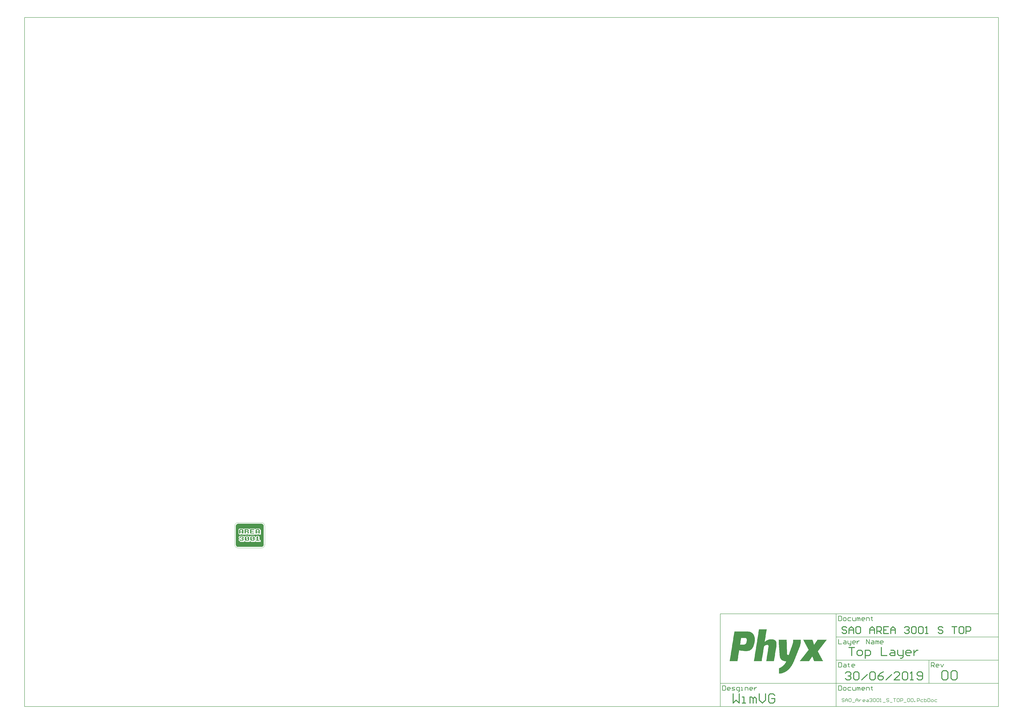
<source format=gtl>
G04*
G04 #@! TF.GenerationSoftware,Altium Limited,Altium Designer,18.1.11 (251)*
G04*
G04 Layer_Physical_Order=1*
G04 Layer_Color=3394611*
%FSLAX25Y25*%
%MOIN*%
G70*
G01*
G75*
%ADD10C,0.01575*%
%ADD11C,0.00394*%
%ADD12C,0.00787*%
%ADD13C,0.00984*%
%ADD15C,0.04724*%
G36*
X46424Y41187D02*
X47140Y40890D01*
X47785Y40460D01*
X48334Y39911D01*
X48765Y39266D01*
X49061Y38550D01*
X49213Y37789D01*
Y37402D01*
Y34449D01*
X49213D01*
Y22681D01*
Y8858D01*
X49213D01*
Y5906D01*
Y5518D01*
X49061Y4757D01*
X48765Y4041D01*
X48334Y3396D01*
X47785Y2847D01*
X47140Y2417D01*
X46424Y2120D01*
X45663Y1969D01*
X5518D01*
X4757Y2120D01*
X4041Y2417D01*
X3396Y2847D01*
X2847Y3396D01*
X2417Y4041D01*
X2120Y4757D01*
X1969Y5518D01*
Y5906D01*
Y7874D01*
Y22681D01*
Y34449D01*
Y37402D01*
Y37789D01*
X2120Y38550D01*
X2417Y39266D01*
X2847Y39911D01*
X3396Y40460D01*
X4041Y40890D01*
X4757Y41187D01*
X5518Y41339D01*
X45663D01*
X46424Y41187D01*
D02*
G37*
G36*
X1005337Y-155808D02*
X1005050D01*
Y-156094D01*
X1004764D01*
Y-156380D01*
Y-156667D01*
X1004478D01*
Y-156953D01*
X1004192D01*
Y-157239D01*
X1003905D01*
Y-157526D01*
Y-157812D01*
X1003619D01*
Y-158098D01*
X1003333D01*
Y-158385D01*
X1003046D01*
Y-158671D01*
X1002760D01*
Y-158957D01*
Y-159244D01*
X1002474D01*
Y-159530D01*
X1002187D01*
Y-159816D01*
X1001901D01*
Y-160102D01*
Y-160389D01*
X1001615D01*
Y-160675D01*
X1001328D01*
Y-160961D01*
X1001042D01*
Y-161248D01*
X1000756D01*
Y-161534D01*
Y-161820D01*
X1000469D01*
Y-162107D01*
X1000183D01*
Y-162393D01*
X999897D01*
Y-162679D01*
Y-162966D01*
X999611D01*
Y-163252D01*
X999324D01*
Y-163538D01*
X999038D01*
Y-163824D01*
Y-164111D01*
X998752D01*
Y-164397D01*
X998465D01*
Y-164683D01*
X998179D01*
Y-164970D01*
X997893D01*
Y-165256D01*
Y-165542D01*
X997606D01*
Y-165829D01*
X997320D01*
Y-166115D01*
X997034D01*
Y-166401D01*
Y-166688D01*
X996747D01*
Y-166974D01*
X996461D01*
Y-167260D01*
X996175D01*
Y-167547D01*
Y-167833D01*
X995889D01*
Y-168119D01*
X995602D01*
Y-168405D01*
X995316D01*
Y-168692D01*
X995030D01*
Y-168978D01*
Y-169264D01*
X994743D01*
Y-169551D01*
X994457D01*
Y-169837D01*
X994171D01*
Y-170123D01*
Y-170410D01*
X993884D01*
Y-170696D01*
X993598D01*
Y-170982D01*
X993312D01*
Y-171269D01*
Y-171555D01*
X993025D01*
Y-171841D01*
X992739D01*
Y-172127D01*
X992453D01*
Y-172414D01*
X992166D01*
Y-172700D01*
Y-172986D01*
X991880D01*
Y-173273D01*
X991594D01*
Y-173559D01*
X991308D01*
Y-173845D01*
Y-174132D01*
X991021D01*
Y-174418D01*
X990735D01*
Y-174704D01*
X990449D01*
Y-174991D01*
X990162D01*
Y-175277D01*
Y-175563D01*
X990449D01*
Y-175850D01*
Y-176136D01*
X990735D01*
Y-176422D01*
Y-176709D01*
X991021D01*
Y-176995D01*
X991308D01*
Y-177281D01*
Y-177568D01*
X991594D01*
Y-177854D01*
Y-178140D01*
X991880D01*
Y-178426D01*
Y-178713D01*
X992166D01*
Y-178999D01*
Y-179285D01*
X992453D01*
Y-179572D01*
Y-179858D01*
X992739D01*
Y-180144D01*
Y-180431D01*
X993025D01*
Y-180717D01*
Y-181003D01*
X993312D01*
Y-181290D01*
Y-181576D01*
X993598D01*
Y-181862D01*
X993884D01*
Y-182149D01*
Y-182435D01*
X994171D01*
Y-182721D01*
Y-183007D01*
X994457D01*
Y-183294D01*
Y-183580D01*
X994743D01*
Y-183866D01*
Y-184153D01*
X995030D01*
Y-184439D01*
Y-184725D01*
X995316D01*
Y-185012D01*
Y-185298D01*
X995602D01*
Y-185584D01*
Y-185871D01*
X995889D01*
Y-186157D01*
X996175D01*
Y-186443D01*
Y-186730D01*
X996461D01*
Y-187016D01*
Y-187302D01*
X996747D01*
Y-187588D01*
Y-187875D01*
X997034D01*
Y-188161D01*
Y-188447D01*
X997320D01*
Y-188734D01*
Y-189020D01*
X997606D01*
Y-189306D01*
Y-189593D01*
X997893D01*
Y-189879D01*
Y-190165D01*
X998179D01*
Y-190452D01*
X998465D01*
Y-190738D01*
Y-191024D01*
X998752D01*
Y-191311D01*
Y-191597D01*
X999038D01*
Y-191883D01*
X983863D01*
Y-191597D01*
X983577D01*
Y-191311D01*
Y-191024D01*
Y-190738D01*
X983291D01*
Y-190452D01*
Y-190165D01*
Y-189879D01*
X983004D01*
Y-189593D01*
Y-189306D01*
X982718D01*
Y-189020D01*
Y-188734D01*
Y-188447D01*
X982432D01*
Y-188161D01*
Y-187875D01*
Y-187588D01*
X982146D01*
Y-187302D01*
Y-187016D01*
X981859D01*
Y-186730D01*
Y-186443D01*
Y-186157D01*
X981573D01*
Y-185871D01*
Y-185584D01*
Y-185298D01*
X981287D01*
Y-185012D01*
Y-184725D01*
Y-184439D01*
X981000D01*
Y-184153D01*
X980428D01*
Y-184439D01*
Y-184725D01*
X980141D01*
Y-185012D01*
X979855D01*
Y-185298D01*
Y-185584D01*
X979569D01*
Y-185871D01*
X979282D01*
Y-186157D01*
Y-186443D01*
X978996D01*
Y-186730D01*
X978710D01*
Y-187016D01*
Y-187302D01*
X978423D01*
Y-187588D01*
X978137D01*
Y-187875D01*
X977851D01*
Y-188161D01*
Y-188447D01*
X977565D01*
Y-188734D01*
X977278D01*
Y-189020D01*
Y-189306D01*
X976992D01*
Y-189593D01*
X976705D01*
Y-189879D01*
Y-190165D01*
X976419D01*
Y-190452D01*
X976133D01*
Y-190738D01*
Y-191024D01*
X975847D01*
Y-191311D01*
X975560D01*
Y-191597D01*
Y-191883D01*
X959527D01*
Y-191597D01*
X959813D01*
Y-191311D01*
X960099D01*
Y-191024D01*
X960386D01*
Y-190738D01*
X960672D01*
Y-190452D01*
Y-190165D01*
X960958D01*
Y-189879D01*
X961245D01*
Y-189593D01*
X961531D01*
Y-189306D01*
X961817D01*
Y-189020D01*
Y-188734D01*
X962104D01*
Y-188447D01*
X962390D01*
Y-188161D01*
X962676D01*
Y-187875D01*
Y-187588D01*
X962963D01*
Y-187302D01*
X963249D01*
Y-187016D01*
X963535D01*
Y-186730D01*
X963822D01*
Y-186443D01*
Y-186157D01*
X964108D01*
Y-185871D01*
X964394D01*
Y-185584D01*
X964680D01*
Y-185298D01*
X964967D01*
Y-185012D01*
Y-184725D01*
X965253D01*
Y-184439D01*
X965539D01*
Y-184153D01*
X965826D01*
Y-183866D01*
Y-183580D01*
X966112D01*
Y-183294D01*
X966398D01*
Y-183007D01*
X966685D01*
Y-182721D01*
X966971D01*
Y-182435D01*
Y-182149D01*
X967257D01*
Y-181862D01*
X967544D01*
Y-181576D01*
X967830D01*
Y-181290D01*
Y-181003D01*
X968116D01*
Y-180717D01*
X968402D01*
Y-180431D01*
X968689D01*
Y-180144D01*
X968975D01*
Y-179858D01*
Y-179572D01*
X969261D01*
Y-179285D01*
X969548D01*
Y-178999D01*
X969834D01*
Y-178713D01*
Y-178426D01*
X970120D01*
Y-178140D01*
X970407D01*
Y-177854D01*
X970693D01*
Y-177568D01*
X970979D01*
Y-177281D01*
Y-176995D01*
X971266D01*
Y-176709D01*
X971552D01*
Y-176422D01*
X971838D01*
Y-176136D01*
X972124D01*
Y-175850D01*
Y-175563D01*
X972411D01*
Y-175277D01*
X972697D01*
Y-174991D01*
X972983D01*
Y-174704D01*
Y-174418D01*
X973270D01*
Y-174132D01*
X973556D01*
Y-173845D01*
X973842D01*
Y-173559D01*
X974129D01*
Y-173273D01*
Y-172986D01*
X974415D01*
Y-172700D01*
Y-172414D01*
Y-172127D01*
X974129D01*
Y-171841D01*
X973842D01*
Y-171555D01*
Y-171269D01*
X973556D01*
Y-170982D01*
Y-170696D01*
X973270D01*
Y-170410D01*
Y-170123D01*
X972983D01*
Y-169837D01*
Y-169551D01*
X972697D01*
Y-169264D01*
Y-168978D01*
X972411D01*
Y-168692D01*
Y-168405D01*
X972124D01*
Y-168119D01*
X971838D01*
Y-167833D01*
Y-167547D01*
X971552D01*
Y-167260D01*
Y-166974D01*
X971266D01*
Y-166688D01*
Y-166401D01*
X970979D01*
Y-166115D01*
Y-165829D01*
X970693D01*
Y-165542D01*
Y-165256D01*
X970407D01*
Y-164970D01*
Y-164683D01*
X970120D01*
Y-164397D01*
X969834D01*
Y-164111D01*
Y-163824D01*
X969548D01*
Y-163538D01*
Y-163252D01*
X969261D01*
Y-162966D01*
Y-162679D01*
X968975D01*
Y-162393D01*
Y-162107D01*
X968689D01*
Y-161820D01*
Y-161534D01*
X968402D01*
Y-161248D01*
Y-160961D01*
X968116D01*
Y-160675D01*
Y-160389D01*
X967830D01*
Y-160102D01*
X967544D01*
Y-159816D01*
Y-159530D01*
X967257D01*
Y-159244D01*
Y-158957D01*
X966971D01*
Y-158671D01*
Y-158385D01*
X966685D01*
Y-158098D01*
Y-157812D01*
X966398D01*
Y-157526D01*
Y-157239D01*
X966112D01*
Y-156953D01*
Y-156667D01*
X965826D01*
Y-156380D01*
X965539D01*
Y-156094D01*
Y-155808D01*
X965253D01*
Y-155521D01*
X981000D01*
Y-155808D01*
X981287D01*
Y-156094D01*
Y-156380D01*
Y-156667D01*
X981573D01*
Y-156953D01*
Y-157239D01*
Y-157526D01*
X981859D01*
Y-157812D01*
Y-158098D01*
Y-158385D01*
X982146D01*
Y-158671D01*
Y-158957D01*
Y-159244D01*
X982432D01*
Y-159530D01*
Y-159816D01*
Y-160102D01*
X982718D01*
Y-160389D01*
Y-160675D01*
Y-160961D01*
X983004D01*
Y-161248D01*
Y-161534D01*
Y-161820D01*
X983291D01*
Y-162107D01*
Y-162393D01*
Y-162679D01*
X983577D01*
Y-162966D01*
Y-163252D01*
Y-163538D01*
Y-163824D01*
X984150D01*
Y-163538D01*
X984436D01*
Y-163252D01*
X984722D01*
Y-162966D01*
Y-162679D01*
X985009D01*
Y-162393D01*
X985295D01*
Y-162107D01*
Y-161820D01*
X985581D01*
Y-161534D01*
X985868D01*
Y-161248D01*
Y-160961D01*
X986154D01*
Y-160675D01*
X986440D01*
Y-160389D01*
Y-160102D01*
X986726D01*
Y-159816D01*
X987013D01*
Y-159530D01*
Y-159244D01*
X987299D01*
Y-158957D01*
X987585D01*
Y-158671D01*
Y-158385D01*
X987872D01*
Y-158098D01*
X988158D01*
Y-157812D01*
Y-157526D01*
X988444D01*
Y-157239D01*
X988731D01*
Y-156953D01*
Y-156667D01*
X989017D01*
Y-156380D01*
X989303D01*
Y-156094D01*
Y-155808D01*
X989590D01*
Y-155521D01*
X1005337D01*
Y-155808D01*
D02*
G37*
G36*
X872201Y-141778D02*
X873919D01*
Y-142065D01*
X874778D01*
Y-142351D01*
X875637D01*
Y-142637D01*
X876496D01*
Y-142924D01*
X877069D01*
Y-143210D01*
X877355D01*
Y-143496D01*
X877928D01*
Y-143783D01*
X878214D01*
Y-144069D01*
X878786D01*
Y-144355D01*
X879073D01*
Y-144641D01*
X879359D01*
Y-144928D01*
X879646D01*
Y-145214D01*
X879932D01*
Y-145501D01*
X880218D01*
Y-145787D01*
X880504D01*
Y-146073D01*
Y-146359D01*
X880791D01*
Y-146646D01*
X881077D01*
Y-146932D01*
Y-147218D01*
X881363D01*
Y-147505D01*
X881650D01*
Y-147791D01*
Y-148077D01*
X881936D01*
Y-148364D01*
Y-148650D01*
Y-148936D01*
X882222D01*
Y-149223D01*
Y-149509D01*
Y-149795D01*
X882509D01*
Y-150082D01*
Y-150368D01*
Y-150654D01*
Y-150940D01*
X882795D01*
Y-151227D01*
Y-151513D01*
Y-151799D01*
Y-152086D01*
Y-152372D01*
X883081D01*
Y-152658D01*
Y-152945D01*
Y-153231D01*
Y-153517D01*
Y-153804D01*
Y-154090D01*
Y-154376D01*
Y-154663D01*
Y-154949D01*
Y-155235D01*
Y-155521D01*
Y-155808D01*
Y-156094D01*
Y-156380D01*
Y-156667D01*
Y-156953D01*
Y-157239D01*
Y-157526D01*
Y-157812D01*
Y-158098D01*
X882795D01*
Y-158385D01*
Y-158671D01*
Y-158957D01*
Y-159244D01*
Y-159530D01*
Y-159816D01*
Y-160102D01*
X882509D01*
Y-160389D01*
Y-160675D01*
Y-160961D01*
Y-161248D01*
Y-161534D01*
X882222D01*
Y-161820D01*
Y-162107D01*
Y-162393D01*
Y-162679D01*
Y-162966D01*
X881936D01*
Y-163252D01*
Y-163538D01*
Y-163824D01*
X881650D01*
Y-164111D01*
Y-164397D01*
Y-164683D01*
Y-164970D01*
X881363D01*
Y-165256D01*
Y-165542D01*
Y-165829D01*
X881077D01*
Y-166115D01*
Y-166401D01*
X880791D01*
Y-166688D01*
Y-166974D01*
Y-167260D01*
X880504D01*
Y-167547D01*
Y-167833D01*
X880218D01*
Y-168119D01*
Y-168405D01*
X879932D01*
Y-168692D01*
Y-168978D01*
X879646D01*
Y-169264D01*
X879359D01*
Y-169551D01*
Y-169837D01*
X879073D01*
Y-170123D01*
X878786D01*
Y-170410D01*
X878500D01*
Y-170696D01*
Y-170982D01*
X878214D01*
Y-171269D01*
X877928D01*
Y-171555D01*
X877641D01*
Y-171841D01*
X877355D01*
Y-172127D01*
X877069D01*
Y-172414D01*
X876496D01*
Y-172700D01*
X876210D01*
Y-172986D01*
X875637D01*
Y-173273D01*
X875351D01*
Y-173559D01*
X874778D01*
Y-173845D01*
X873919D01*
Y-174132D01*
X873060D01*
Y-174418D01*
X872201D01*
Y-174704D01*
X870483D01*
Y-174991D01*
X865330D01*
Y-174704D01*
X862753D01*
Y-174418D01*
X860749D01*
Y-174132D01*
X859317D01*
Y-173845D01*
X857886D01*
Y-173559D01*
X856454D01*
Y-173845D01*
Y-174132D01*
Y-174418D01*
Y-174704D01*
Y-174991D01*
Y-175277D01*
Y-175563D01*
X856168D01*
Y-175850D01*
Y-176136D01*
Y-176422D01*
Y-176709D01*
Y-176995D01*
Y-177281D01*
X855882D01*
Y-177568D01*
Y-177854D01*
Y-178140D01*
Y-178426D01*
Y-178713D01*
Y-178999D01*
X855595D01*
Y-179285D01*
Y-179572D01*
Y-179858D01*
Y-180144D01*
Y-180431D01*
Y-180717D01*
Y-181003D01*
X855309D01*
Y-181290D01*
Y-181576D01*
Y-181862D01*
Y-182149D01*
Y-182435D01*
Y-182721D01*
X855023D01*
Y-183007D01*
Y-183294D01*
Y-183580D01*
Y-183866D01*
Y-184153D01*
Y-184439D01*
X854736D01*
Y-184725D01*
Y-185012D01*
Y-185298D01*
Y-185584D01*
Y-185871D01*
Y-186157D01*
Y-186443D01*
X854450D01*
Y-186730D01*
Y-187016D01*
Y-187302D01*
Y-187588D01*
Y-187875D01*
Y-188161D01*
X854164D01*
Y-188447D01*
Y-188734D01*
Y-189020D01*
Y-189306D01*
Y-189593D01*
Y-189879D01*
X853877D01*
Y-190165D01*
Y-190452D01*
Y-190738D01*
Y-191024D01*
Y-191311D01*
Y-191597D01*
Y-191883D01*
X840421D01*
Y-191597D01*
X840707D01*
Y-191311D01*
Y-191024D01*
Y-190738D01*
Y-190452D01*
Y-190165D01*
X840993D01*
Y-189879D01*
Y-189593D01*
Y-189306D01*
Y-189020D01*
Y-188734D01*
Y-188447D01*
Y-188161D01*
X841280D01*
Y-187875D01*
Y-187588D01*
Y-187302D01*
Y-187016D01*
Y-186730D01*
Y-186443D01*
X841566D01*
Y-186157D01*
Y-185871D01*
Y-185584D01*
Y-185298D01*
Y-185012D01*
Y-184725D01*
X841852D01*
Y-184439D01*
Y-184153D01*
Y-183866D01*
Y-183580D01*
Y-183294D01*
Y-183007D01*
Y-182721D01*
X842138D01*
Y-182435D01*
Y-182149D01*
Y-181862D01*
Y-181576D01*
Y-181290D01*
Y-181003D01*
X842425D01*
Y-180717D01*
Y-180431D01*
Y-180144D01*
Y-179858D01*
Y-179572D01*
Y-179285D01*
X842711D01*
Y-178999D01*
Y-178713D01*
Y-178426D01*
Y-178140D01*
Y-177854D01*
Y-177568D01*
X842997D01*
Y-177281D01*
Y-176995D01*
Y-176709D01*
Y-176422D01*
Y-176136D01*
Y-175850D01*
Y-175563D01*
X843284D01*
Y-175277D01*
Y-174991D01*
Y-174704D01*
Y-174418D01*
Y-174132D01*
Y-173845D01*
X843570D01*
Y-173559D01*
Y-173273D01*
Y-172986D01*
Y-172700D01*
Y-172414D01*
Y-172127D01*
X843856D01*
Y-171841D01*
Y-171555D01*
Y-171269D01*
Y-170982D01*
Y-170696D01*
Y-170410D01*
X844143D01*
Y-170123D01*
Y-169837D01*
Y-169551D01*
Y-169264D01*
Y-168978D01*
Y-168692D01*
Y-168405D01*
X844429D01*
Y-168119D01*
Y-167833D01*
Y-167547D01*
Y-167260D01*
Y-166974D01*
Y-166688D01*
X844715D01*
Y-166401D01*
Y-166115D01*
Y-165829D01*
Y-165542D01*
Y-165256D01*
Y-164970D01*
X845002D01*
Y-164683D01*
Y-164397D01*
Y-164111D01*
Y-163824D01*
Y-163538D01*
Y-163252D01*
Y-162966D01*
X845288D01*
Y-162679D01*
Y-162393D01*
Y-162107D01*
Y-161820D01*
Y-161534D01*
Y-161248D01*
X845574D01*
Y-160961D01*
Y-160675D01*
Y-160389D01*
Y-160102D01*
Y-159816D01*
Y-159530D01*
X845861D01*
Y-159244D01*
Y-158957D01*
Y-158671D01*
Y-158385D01*
Y-158098D01*
Y-157812D01*
X846147D01*
Y-157526D01*
Y-157239D01*
Y-156953D01*
Y-156667D01*
Y-156380D01*
Y-156094D01*
Y-155808D01*
X846433D01*
Y-155521D01*
Y-155235D01*
Y-154949D01*
Y-154663D01*
Y-154376D01*
Y-154090D01*
X846719D01*
Y-153804D01*
Y-153517D01*
Y-153231D01*
Y-152945D01*
Y-152658D01*
Y-152372D01*
X847006D01*
Y-152086D01*
Y-151799D01*
Y-151513D01*
Y-151227D01*
Y-150940D01*
Y-150654D01*
Y-150368D01*
X847292D01*
Y-150082D01*
Y-149795D01*
Y-149509D01*
Y-149223D01*
Y-148936D01*
Y-148650D01*
X847578D01*
Y-148364D01*
Y-148077D01*
Y-147791D01*
Y-147505D01*
Y-147218D01*
Y-146932D01*
X847865D01*
Y-146646D01*
Y-146359D01*
Y-146073D01*
Y-145787D01*
Y-145501D01*
Y-145214D01*
Y-144928D01*
X848151D01*
Y-144641D01*
Y-144355D01*
Y-144069D01*
Y-143783D01*
Y-143496D01*
Y-143210D01*
X848437D01*
Y-142924D01*
Y-142637D01*
Y-142351D01*
Y-142065D01*
Y-141778D01*
Y-141492D01*
X872201D01*
Y-141778D01*
D02*
G37*
G36*
X961245Y-155808D02*
Y-156094D01*
Y-156380D01*
Y-156667D01*
Y-156953D01*
Y-157239D01*
Y-157526D01*
Y-157812D01*
Y-158098D01*
Y-158385D01*
Y-158671D01*
Y-158957D01*
Y-159244D01*
Y-159530D01*
Y-159816D01*
Y-160102D01*
Y-160389D01*
Y-160675D01*
Y-160961D01*
Y-161248D01*
Y-161534D01*
X960958D01*
Y-161820D01*
Y-162107D01*
Y-162393D01*
Y-162679D01*
Y-162966D01*
X960672D01*
Y-163252D01*
Y-163538D01*
Y-163824D01*
Y-164111D01*
X960386D01*
Y-164397D01*
Y-164683D01*
Y-164970D01*
Y-165256D01*
X960099D01*
Y-165542D01*
Y-165829D01*
Y-166115D01*
X959813D01*
Y-166401D01*
Y-166688D01*
Y-166974D01*
X959527D01*
Y-167260D01*
Y-167547D01*
Y-167833D01*
X959241D01*
Y-168119D01*
Y-168405D01*
Y-168692D01*
X958954D01*
Y-168978D01*
Y-169264D01*
X958668D01*
Y-169551D01*
Y-169837D01*
X958381D01*
Y-170123D01*
Y-170410D01*
Y-170696D01*
X958095D01*
Y-170982D01*
Y-171269D01*
X957809D01*
Y-171555D01*
Y-171841D01*
Y-172127D01*
X957523D01*
Y-172414D01*
Y-172700D01*
X957236D01*
Y-172986D01*
Y-173273D01*
Y-173559D01*
X956950D01*
Y-173845D01*
Y-174132D01*
X956664D01*
Y-174418D01*
Y-174704D01*
Y-174991D01*
X956377D01*
Y-175277D01*
Y-175563D01*
X956091D01*
Y-175850D01*
Y-176136D01*
Y-176422D01*
X955805D01*
Y-176709D01*
Y-176995D01*
X955518D01*
Y-177281D01*
Y-177568D01*
Y-177854D01*
X955232D01*
Y-178140D01*
Y-178426D01*
X954946D01*
Y-178713D01*
Y-178999D01*
Y-179285D01*
X954659D01*
Y-179572D01*
Y-179858D01*
X954373D01*
Y-180144D01*
Y-180431D01*
Y-180717D01*
X954087D01*
Y-181003D01*
Y-181290D01*
X953800D01*
Y-181576D01*
Y-181862D01*
Y-182149D01*
X953514D01*
Y-182435D01*
Y-182721D01*
X953228D01*
Y-183007D01*
Y-183294D01*
Y-183580D01*
X952942D01*
Y-183866D01*
Y-184153D01*
X952655D01*
Y-184439D01*
Y-184725D01*
Y-185012D01*
X952369D01*
Y-185298D01*
Y-185584D01*
X952083D01*
Y-185871D01*
Y-186157D01*
Y-186443D01*
X951796D01*
Y-186730D01*
Y-187016D01*
X951510D01*
Y-187302D01*
Y-187588D01*
Y-187875D01*
X951224D01*
Y-188161D01*
Y-188447D01*
X950937D01*
Y-188734D01*
Y-189020D01*
Y-189306D01*
X950651D01*
Y-189593D01*
Y-189879D01*
X950365D01*
Y-190165D01*
Y-190452D01*
Y-190738D01*
X950078D01*
Y-191024D01*
Y-191311D01*
X949792D01*
Y-191597D01*
Y-191883D01*
Y-192169D01*
X949506D01*
Y-192456D01*
Y-192742D01*
X949220D01*
Y-193028D01*
Y-193315D01*
X948933D01*
Y-193601D01*
Y-193887D01*
X948647D01*
Y-194174D01*
Y-194460D01*
Y-194746D01*
X948361D01*
Y-195033D01*
X948074D01*
Y-195319D01*
Y-195605D01*
Y-195891D01*
X947788D01*
Y-196178D01*
X947502D01*
Y-196464D01*
Y-196750D01*
X947215D01*
Y-197037D01*
Y-197323D01*
X946929D01*
Y-197609D01*
Y-197896D01*
X946643D01*
Y-198182D01*
Y-198468D01*
X946356D01*
Y-198755D01*
X946070D01*
Y-199041D01*
Y-199327D01*
X945784D01*
Y-199614D01*
Y-199900D01*
X945497D01*
Y-200186D01*
X945211D01*
Y-200472D01*
X944925D01*
Y-200759D01*
Y-201045D01*
X944639D01*
Y-201331D01*
X944352D01*
Y-201618D01*
Y-201904D01*
X944066D01*
Y-202190D01*
X943780D01*
Y-202477D01*
X943493D01*
Y-202763D01*
Y-203049D01*
X943207D01*
Y-203336D01*
X942921D01*
Y-203622D01*
X942634D01*
Y-203908D01*
X942348D01*
Y-204195D01*
X942062D01*
Y-204481D01*
Y-204767D01*
X941775D01*
Y-205053D01*
X941489D01*
Y-205340D01*
X941203D01*
Y-205626D01*
X940916D01*
Y-205912D01*
X940630D01*
Y-206199D01*
X940344D01*
Y-206485D01*
X940057D01*
Y-206771D01*
X939485D01*
Y-207058D01*
X939199D01*
Y-207344D01*
X938912D01*
Y-207630D01*
X938626D01*
Y-207917D01*
X938340D01*
Y-208203D01*
X937767D01*
Y-208489D01*
X937481D01*
Y-208776D01*
X936908D01*
Y-209062D01*
X936622D01*
Y-209348D01*
X936049D01*
Y-209634D01*
X935763D01*
Y-209921D01*
X935190D01*
Y-210207D01*
X934618D01*
Y-210493D01*
X934045D01*
Y-210780D01*
X933472D01*
Y-211066D01*
X932900D01*
Y-211352D01*
X932041D01*
Y-211639D01*
X931468D01*
Y-211925D01*
X930609D01*
Y-212211D01*
X929464D01*
Y-212498D01*
X928319D01*
Y-212784D01*
X926601D01*
Y-213070D01*
X924597D01*
Y-213357D01*
X924310D01*
Y-213070D01*
Y-212784D01*
Y-212498D01*
Y-212211D01*
Y-211925D01*
Y-211639D01*
Y-211352D01*
Y-211066D01*
Y-210780D01*
Y-210493D01*
Y-210207D01*
Y-209921D01*
Y-209634D01*
Y-209348D01*
Y-209062D01*
Y-208776D01*
Y-208489D01*
Y-208203D01*
Y-207917D01*
Y-207630D01*
Y-207344D01*
Y-207058D01*
Y-206771D01*
Y-206485D01*
Y-206199D01*
Y-205912D01*
Y-205626D01*
Y-205340D01*
Y-205053D01*
Y-204767D01*
Y-204481D01*
Y-204195D01*
Y-203908D01*
X924883D01*
Y-203622D01*
X925455D01*
Y-203336D01*
X926028D01*
Y-203049D01*
X926601D01*
Y-202763D01*
X927173D01*
Y-202477D01*
X927746D01*
Y-202190D01*
X928032D01*
Y-201904D01*
X928605D01*
Y-201618D01*
X928891D01*
Y-201331D01*
X929464D01*
Y-201045D01*
X929750D01*
Y-200759D01*
X930037D01*
Y-200472D01*
X930609D01*
Y-200186D01*
X930896D01*
Y-199900D01*
X931182D01*
Y-199614D01*
X931468D01*
Y-199327D01*
X931754D01*
Y-199041D01*
X932041D01*
Y-198755D01*
X932327D01*
Y-198468D01*
X932613D01*
Y-198182D01*
X932900D01*
Y-197896D01*
X933186D01*
Y-197609D01*
X933472D01*
Y-197323D01*
X933759D01*
Y-197037D01*
Y-196750D01*
X934045D01*
Y-196464D01*
X934331D01*
Y-196178D01*
X934618D01*
Y-195891D01*
Y-195605D01*
X934904D01*
Y-195319D01*
X935190D01*
Y-195033D01*
Y-194746D01*
X935476D01*
Y-194460D01*
Y-194174D01*
X935763D01*
Y-193887D01*
X936049D01*
Y-193601D01*
Y-193315D01*
X936335D01*
Y-193028D01*
Y-192742D01*
X936622D01*
Y-192456D01*
Y-192169D01*
X934904D01*
Y-191883D01*
X932900D01*
Y-191597D01*
X931754D01*
Y-191311D01*
X931182D01*
Y-191024D01*
X930323D01*
Y-190738D01*
X929750D01*
Y-190452D01*
X929464D01*
Y-190165D01*
X928891D01*
Y-189879D01*
X928605D01*
Y-189593D01*
X928319D01*
Y-189306D01*
X928032D01*
Y-189020D01*
X927746D01*
Y-188734D01*
X927460D01*
Y-188447D01*
Y-188161D01*
X927173D01*
Y-187875D01*
X926887D01*
Y-187588D01*
Y-187302D01*
X926601D01*
Y-187016D01*
Y-186730D01*
X926315D01*
Y-186443D01*
Y-186157D01*
X926028D01*
Y-185871D01*
Y-185584D01*
Y-185298D01*
X925742D01*
Y-185012D01*
Y-184725D01*
Y-184439D01*
Y-184153D01*
X925455D01*
Y-183866D01*
Y-183580D01*
Y-183294D01*
Y-183007D01*
Y-182721D01*
Y-182435D01*
Y-182149D01*
X925169D01*
Y-181862D01*
Y-181576D01*
Y-181290D01*
Y-181003D01*
Y-180717D01*
Y-180431D01*
Y-180144D01*
Y-179858D01*
Y-179572D01*
Y-179285D01*
Y-178999D01*
Y-178713D01*
Y-178426D01*
Y-178140D01*
Y-177854D01*
X924883D01*
Y-177568D01*
Y-177281D01*
Y-176995D01*
Y-176709D01*
Y-176422D01*
Y-176136D01*
Y-175850D01*
Y-175563D01*
Y-175277D01*
Y-174991D01*
Y-174704D01*
Y-174418D01*
Y-174132D01*
Y-173845D01*
Y-173559D01*
X924597D01*
Y-173273D01*
Y-172986D01*
Y-172700D01*
Y-172414D01*
Y-172127D01*
Y-171841D01*
Y-171555D01*
Y-171269D01*
Y-170982D01*
Y-170696D01*
Y-170410D01*
Y-170123D01*
Y-169837D01*
Y-169551D01*
Y-169264D01*
Y-168978D01*
X924310D01*
Y-168692D01*
Y-168405D01*
Y-168119D01*
Y-167833D01*
Y-167547D01*
Y-167260D01*
Y-166974D01*
Y-166688D01*
Y-166401D01*
Y-166115D01*
Y-165829D01*
Y-165542D01*
Y-165256D01*
Y-164970D01*
Y-164683D01*
Y-164397D01*
X924024D01*
Y-164111D01*
Y-163824D01*
Y-163538D01*
Y-163252D01*
Y-162966D01*
Y-162679D01*
Y-162393D01*
Y-162107D01*
Y-161820D01*
Y-161534D01*
Y-161248D01*
Y-160961D01*
Y-160675D01*
Y-160389D01*
X923738D01*
Y-160102D01*
Y-159816D01*
Y-159530D01*
Y-159244D01*
Y-158957D01*
Y-158671D01*
Y-158385D01*
Y-158098D01*
Y-157812D01*
Y-157526D01*
Y-157239D01*
Y-156953D01*
Y-156667D01*
Y-156380D01*
Y-156094D01*
Y-155808D01*
X923451D01*
Y-155521D01*
X937194D01*
Y-155808D01*
Y-156094D01*
Y-156380D01*
Y-156667D01*
Y-156953D01*
Y-157239D01*
Y-157526D01*
Y-157812D01*
Y-158098D01*
Y-158385D01*
Y-158671D01*
Y-158957D01*
Y-159244D01*
Y-159530D01*
X937481D01*
Y-159816D01*
Y-160102D01*
Y-160389D01*
Y-160675D01*
Y-160961D01*
Y-161248D01*
Y-161534D01*
Y-161820D01*
Y-162107D01*
Y-162393D01*
Y-162679D01*
Y-162966D01*
Y-163252D01*
Y-163538D01*
Y-163824D01*
Y-164111D01*
Y-164397D01*
Y-164683D01*
Y-164970D01*
Y-165256D01*
Y-165542D01*
Y-165829D01*
Y-166115D01*
Y-166401D01*
Y-166688D01*
Y-166974D01*
Y-167260D01*
Y-167547D01*
Y-167833D01*
Y-168119D01*
Y-168405D01*
Y-168692D01*
Y-168978D01*
Y-169264D01*
Y-169551D01*
Y-169837D01*
Y-170123D01*
Y-170410D01*
Y-170696D01*
Y-170982D01*
Y-171269D01*
X937767D01*
Y-171555D01*
X937481D01*
Y-171841D01*
Y-172127D01*
X937767D01*
Y-172414D01*
Y-172700D01*
Y-172986D01*
Y-173273D01*
Y-173559D01*
Y-173845D01*
Y-174132D01*
Y-174418D01*
Y-174704D01*
Y-174991D01*
Y-175277D01*
Y-175563D01*
Y-175850D01*
Y-176136D01*
Y-176422D01*
Y-176709D01*
Y-176995D01*
Y-177281D01*
Y-177568D01*
Y-177854D01*
Y-178140D01*
Y-178426D01*
Y-178713D01*
Y-178999D01*
Y-179285D01*
Y-179572D01*
X938053D01*
Y-179858D01*
Y-180144D01*
Y-180431D01*
X938340D01*
Y-180717D01*
X938626D01*
Y-181003D01*
X938912D01*
Y-181290D01*
X939771D01*
Y-181576D01*
X940630D01*
Y-181290D01*
X940916D01*
Y-181003D01*
Y-180717D01*
Y-180431D01*
X941203D01*
Y-180144D01*
Y-179858D01*
X941489D01*
Y-179572D01*
Y-179285D01*
Y-178999D01*
X941775D01*
Y-178713D01*
Y-178426D01*
Y-178140D01*
X942062D01*
Y-177854D01*
Y-177568D01*
Y-177281D01*
X942348D01*
Y-176995D01*
Y-176709D01*
Y-176422D01*
X942634D01*
Y-176136D01*
Y-175850D01*
X942921D01*
Y-175563D01*
Y-175277D01*
Y-174991D01*
X943207D01*
Y-174704D01*
Y-174418D01*
Y-174132D01*
X943493D01*
Y-173845D01*
Y-173559D01*
Y-173273D01*
X943780D01*
Y-172986D01*
Y-172700D01*
X944066D01*
Y-172414D01*
Y-172127D01*
Y-171841D01*
X944352D01*
Y-171555D01*
Y-171269D01*
Y-170982D01*
X944639D01*
Y-170696D01*
Y-170410D01*
Y-170123D01*
X944925D01*
Y-169837D01*
Y-169551D01*
X945211D01*
Y-169264D01*
Y-168978D01*
Y-168692D01*
X945497D01*
Y-168405D01*
Y-168119D01*
Y-167833D01*
X945784D01*
Y-167547D01*
Y-167260D01*
Y-166974D01*
X946070D01*
Y-166688D01*
Y-166401D01*
X946356D01*
Y-166115D01*
Y-165829D01*
Y-165542D01*
X946643D01*
Y-165256D01*
Y-164970D01*
Y-164683D01*
X946929D01*
Y-164397D01*
Y-164111D01*
Y-163824D01*
X947215D01*
Y-163538D01*
Y-163252D01*
Y-162966D01*
Y-162679D01*
X947502D01*
Y-162393D01*
Y-162107D01*
Y-161820D01*
Y-161534D01*
X947788D01*
Y-161248D01*
Y-160961D01*
Y-160675D01*
Y-160389D01*
Y-160102D01*
X948074D01*
Y-159816D01*
Y-159530D01*
Y-159244D01*
Y-158957D01*
Y-158671D01*
Y-158385D01*
X948361D01*
Y-158098D01*
Y-157812D01*
Y-157526D01*
Y-157239D01*
Y-156953D01*
Y-156667D01*
Y-156380D01*
Y-156094D01*
Y-155808D01*
Y-155521D01*
X961245D01*
Y-155808D01*
D02*
G37*
G36*
X903409Y-138343D02*
Y-138629D01*
X903123D01*
Y-138915D01*
Y-139202D01*
Y-139488D01*
Y-139774D01*
Y-140060D01*
Y-140347D01*
X902837D01*
Y-140633D01*
Y-140919D01*
Y-141206D01*
Y-141492D01*
Y-141778D01*
Y-142065D01*
X902551D01*
Y-142351D01*
Y-142637D01*
Y-142924D01*
Y-143210D01*
Y-143496D01*
Y-143783D01*
Y-144069D01*
X902264D01*
Y-144355D01*
Y-144641D01*
Y-144928D01*
Y-145214D01*
Y-145501D01*
Y-145787D01*
X901978D01*
Y-146073D01*
Y-146359D01*
Y-146646D01*
Y-146932D01*
Y-147218D01*
Y-147505D01*
X901692D01*
Y-147791D01*
Y-148077D01*
Y-148364D01*
Y-148650D01*
Y-148936D01*
Y-149223D01*
Y-149509D01*
X901405D01*
Y-149795D01*
Y-150082D01*
Y-150368D01*
Y-150654D01*
Y-150940D01*
Y-151227D01*
X901119D01*
Y-151513D01*
Y-151799D01*
Y-152086D01*
Y-152372D01*
Y-152658D01*
Y-152945D01*
X900833D01*
Y-153231D01*
Y-153517D01*
Y-153804D01*
Y-154090D01*
Y-154376D01*
Y-154663D01*
X900546D01*
Y-154949D01*
Y-155235D01*
Y-155521D01*
Y-155808D01*
Y-156094D01*
Y-156380D01*
Y-156667D01*
X900260D01*
Y-156953D01*
Y-157239D01*
Y-157526D01*
Y-157812D01*
Y-158098D01*
Y-158385D01*
X899974D01*
Y-158671D01*
Y-158957D01*
X900546D01*
Y-158671D01*
X900833D01*
Y-158385D01*
X901119D01*
Y-158098D01*
X901692D01*
Y-157812D01*
X901978D01*
Y-157526D01*
X902264D01*
Y-157239D01*
X902837D01*
Y-156953D01*
X903409D01*
Y-156667D01*
X903696D01*
Y-156380D01*
X904268D01*
Y-156094D01*
X905127D01*
Y-155808D01*
X905700D01*
Y-155521D01*
X906559D01*
Y-155235D01*
X907990D01*
Y-154949D01*
X914289D01*
Y-155235D01*
X915435D01*
Y-155521D01*
X916294D01*
Y-155808D01*
X916866D01*
Y-156094D01*
X917153D01*
Y-156380D01*
X917725D01*
Y-156667D01*
X918011D01*
Y-156953D01*
X918298D01*
Y-157239D01*
X918584D01*
Y-157526D01*
X918870D01*
Y-157812D01*
Y-158098D01*
X919157D01*
Y-158385D01*
Y-158671D01*
X919443D01*
Y-158957D01*
Y-159244D01*
Y-159530D01*
X919729D01*
Y-159816D01*
Y-160102D01*
Y-160389D01*
Y-160675D01*
X920016D01*
Y-160961D01*
Y-161248D01*
Y-161534D01*
Y-161820D01*
Y-162107D01*
Y-162393D01*
Y-162679D01*
Y-162966D01*
Y-163252D01*
Y-163538D01*
Y-163824D01*
Y-164111D01*
Y-164397D01*
Y-164683D01*
Y-164970D01*
Y-165256D01*
Y-165542D01*
Y-165829D01*
X919729D01*
Y-166115D01*
Y-166401D01*
Y-166688D01*
Y-166974D01*
Y-167260D01*
Y-167547D01*
Y-167833D01*
X919443D01*
Y-168119D01*
Y-168405D01*
Y-168692D01*
Y-168978D01*
Y-169264D01*
Y-169551D01*
Y-169837D01*
X919157D01*
Y-170123D01*
Y-170410D01*
Y-170696D01*
Y-170982D01*
Y-171269D01*
Y-171555D01*
X918870D01*
Y-171841D01*
Y-172127D01*
Y-172414D01*
Y-172700D01*
Y-172986D01*
Y-173273D01*
X918584D01*
Y-173559D01*
Y-173845D01*
Y-174132D01*
Y-174418D01*
Y-174704D01*
Y-174991D01*
X918298D01*
Y-175277D01*
Y-175563D01*
Y-175850D01*
Y-176136D01*
Y-176422D01*
Y-176709D01*
Y-176995D01*
X918011D01*
Y-177281D01*
Y-177568D01*
Y-177854D01*
Y-178140D01*
Y-178426D01*
Y-178713D01*
X917725D01*
Y-178999D01*
Y-179285D01*
Y-179572D01*
Y-179858D01*
Y-180144D01*
Y-180431D01*
X917439D01*
Y-180717D01*
Y-181003D01*
Y-181290D01*
Y-181576D01*
Y-181862D01*
Y-182149D01*
Y-182435D01*
X917153D01*
Y-182721D01*
Y-183007D01*
Y-183294D01*
Y-183580D01*
Y-183866D01*
Y-184153D01*
X916866D01*
Y-184439D01*
Y-184725D01*
Y-185012D01*
Y-185298D01*
Y-185584D01*
Y-185871D01*
X916580D01*
Y-186157D01*
Y-186443D01*
Y-186730D01*
Y-187016D01*
Y-187302D01*
Y-187588D01*
X916294D01*
Y-187875D01*
Y-188161D01*
Y-188447D01*
Y-188734D01*
Y-189020D01*
Y-189306D01*
Y-189593D01*
X916007D01*
Y-189879D01*
Y-190165D01*
Y-190452D01*
Y-190738D01*
Y-191024D01*
Y-191311D01*
X915721D01*
Y-191597D01*
Y-191883D01*
X902551D01*
Y-191597D01*
Y-191311D01*
X902837D01*
Y-191024D01*
Y-190738D01*
Y-190452D01*
Y-190165D01*
Y-189879D01*
Y-189593D01*
X903123D01*
Y-189306D01*
Y-189020D01*
Y-188734D01*
Y-188447D01*
Y-188161D01*
Y-187875D01*
Y-187588D01*
X903409D01*
Y-187302D01*
Y-187016D01*
Y-186730D01*
Y-186443D01*
Y-186157D01*
Y-185871D01*
X903696D01*
Y-185584D01*
Y-185298D01*
Y-185012D01*
Y-184725D01*
Y-184439D01*
Y-184153D01*
X903982D01*
Y-183866D01*
Y-183580D01*
Y-183294D01*
Y-183007D01*
Y-182721D01*
Y-182435D01*
Y-182149D01*
X904268D01*
Y-181862D01*
Y-181576D01*
Y-181290D01*
Y-181003D01*
Y-180717D01*
Y-180431D01*
X904555D01*
Y-180144D01*
Y-179858D01*
Y-179572D01*
Y-179285D01*
Y-178999D01*
Y-178713D01*
Y-178426D01*
X904841D01*
Y-178140D01*
Y-177854D01*
Y-177568D01*
Y-177281D01*
Y-176995D01*
Y-176709D01*
X905127D01*
Y-176422D01*
Y-176136D01*
Y-175850D01*
Y-175563D01*
Y-175277D01*
Y-174991D01*
X905414D01*
Y-174704D01*
Y-174418D01*
Y-174132D01*
Y-173845D01*
Y-173559D01*
Y-173273D01*
X905700D01*
Y-172986D01*
Y-172700D01*
Y-172414D01*
Y-172127D01*
Y-171841D01*
Y-171555D01*
Y-171269D01*
X905986D01*
Y-170982D01*
Y-170696D01*
Y-170410D01*
Y-170123D01*
Y-169837D01*
Y-169551D01*
X906273D01*
Y-169264D01*
Y-168978D01*
Y-168692D01*
Y-168405D01*
Y-168119D01*
Y-167833D01*
Y-167547D01*
X906559D01*
Y-167260D01*
Y-166974D01*
Y-166688D01*
Y-166401D01*
Y-166115D01*
Y-165829D01*
X906273D01*
Y-165542D01*
Y-165256D01*
X905986D01*
Y-164970D01*
X905700D01*
Y-164683D01*
X905127D01*
Y-164397D01*
X903409D01*
Y-164683D01*
X901978D01*
Y-164970D01*
X901119D01*
Y-165256D01*
X900546D01*
Y-165542D01*
X900260D01*
Y-165829D01*
X899687D01*
Y-166115D01*
X899401D01*
Y-166401D01*
X899115D01*
Y-166688D01*
Y-166974D01*
X898828D01*
Y-167260D01*
Y-167547D01*
Y-167833D01*
X898542D01*
Y-168119D01*
Y-168405D01*
Y-168692D01*
Y-168978D01*
Y-169264D01*
Y-169551D01*
X898256D01*
Y-169837D01*
Y-170123D01*
Y-170410D01*
Y-170696D01*
Y-170982D01*
Y-171269D01*
Y-171555D01*
X897970D01*
Y-171841D01*
Y-172127D01*
Y-172414D01*
Y-172700D01*
Y-172986D01*
Y-173273D01*
X897683D01*
Y-173559D01*
Y-173845D01*
Y-174132D01*
Y-174418D01*
Y-174704D01*
Y-174991D01*
X897397D01*
Y-175277D01*
Y-175563D01*
Y-175850D01*
Y-176136D01*
Y-176422D01*
Y-176709D01*
X897111D01*
Y-176995D01*
Y-177281D01*
Y-177568D01*
Y-177854D01*
Y-178140D01*
Y-178426D01*
Y-178713D01*
X896824D01*
Y-178999D01*
Y-179285D01*
Y-179572D01*
Y-179858D01*
Y-180144D01*
Y-180431D01*
X896538D01*
Y-180717D01*
Y-181003D01*
Y-181290D01*
Y-181576D01*
Y-181862D01*
Y-182149D01*
X896252D01*
Y-182435D01*
Y-182721D01*
Y-183007D01*
Y-183294D01*
Y-183580D01*
Y-183866D01*
Y-184153D01*
X895965D01*
Y-184439D01*
Y-184725D01*
Y-185012D01*
Y-185298D01*
Y-185584D01*
Y-185871D01*
X895679D01*
Y-186157D01*
Y-186443D01*
Y-186730D01*
Y-187016D01*
Y-187302D01*
Y-187588D01*
X895393D01*
Y-187875D01*
Y-188161D01*
Y-188447D01*
Y-188734D01*
Y-189020D01*
Y-189306D01*
X895106D01*
Y-189593D01*
Y-189879D01*
Y-190165D01*
Y-190452D01*
Y-190738D01*
Y-191024D01*
Y-191311D01*
X894820D01*
Y-191597D01*
Y-191883D01*
X881650D01*
Y-191597D01*
Y-191311D01*
X881936D01*
Y-191024D01*
Y-190738D01*
Y-190452D01*
Y-190165D01*
Y-189879D01*
Y-189593D01*
Y-189306D01*
X882222D01*
Y-189020D01*
Y-188734D01*
Y-188447D01*
Y-188161D01*
Y-187875D01*
Y-187588D01*
X882509D01*
Y-187302D01*
Y-187016D01*
Y-186730D01*
Y-186443D01*
Y-186157D01*
Y-185871D01*
X882795D01*
Y-185584D01*
Y-185298D01*
Y-185012D01*
Y-184725D01*
Y-184439D01*
Y-184153D01*
Y-183866D01*
X883081D01*
Y-183580D01*
Y-183294D01*
Y-183007D01*
Y-182721D01*
Y-182435D01*
Y-182149D01*
X883368D01*
Y-181862D01*
Y-181576D01*
Y-181290D01*
Y-181003D01*
Y-180717D01*
Y-180431D01*
X883654D01*
Y-180144D01*
Y-179858D01*
Y-179572D01*
Y-179285D01*
Y-178999D01*
Y-178713D01*
X883940D01*
Y-178426D01*
Y-178140D01*
Y-177854D01*
Y-177568D01*
Y-177281D01*
Y-176995D01*
Y-176709D01*
X884227D01*
Y-176422D01*
Y-176136D01*
Y-175850D01*
Y-175563D01*
Y-175277D01*
Y-174991D01*
X884513D01*
Y-174704D01*
Y-174418D01*
Y-174132D01*
Y-173845D01*
Y-173559D01*
Y-173273D01*
X884799D01*
Y-172986D01*
Y-172700D01*
Y-172414D01*
Y-172127D01*
Y-171841D01*
Y-171555D01*
Y-171269D01*
X885085D01*
Y-170982D01*
Y-170696D01*
Y-170410D01*
Y-170123D01*
Y-169837D01*
Y-169551D01*
X885372D01*
Y-169264D01*
Y-168978D01*
Y-168692D01*
Y-168405D01*
Y-168119D01*
Y-167833D01*
X885658D01*
Y-167547D01*
Y-167260D01*
Y-166974D01*
Y-166688D01*
Y-166401D01*
Y-166115D01*
X885944D01*
Y-165829D01*
Y-165542D01*
Y-165256D01*
Y-164970D01*
Y-164683D01*
Y-164397D01*
Y-164111D01*
X886231D01*
Y-163824D01*
Y-163538D01*
Y-163252D01*
Y-162966D01*
Y-162679D01*
Y-162393D01*
X886517D01*
Y-162107D01*
Y-161820D01*
Y-161534D01*
Y-161248D01*
Y-160961D01*
Y-160675D01*
X886803D01*
Y-160389D01*
Y-160102D01*
Y-159816D01*
Y-159530D01*
Y-159244D01*
Y-158957D01*
X887090D01*
Y-158671D01*
Y-158385D01*
Y-158098D01*
Y-157812D01*
Y-157526D01*
Y-157239D01*
Y-156953D01*
X887376D01*
Y-156667D01*
Y-156380D01*
Y-156094D01*
Y-155808D01*
Y-155521D01*
Y-155235D01*
X887662D01*
Y-154949D01*
Y-154663D01*
Y-154376D01*
Y-154090D01*
Y-153804D01*
Y-153517D01*
X887949D01*
Y-153231D01*
Y-152945D01*
Y-152658D01*
Y-152372D01*
Y-152086D01*
Y-151799D01*
Y-151513D01*
X888235D01*
Y-151227D01*
Y-150940D01*
Y-150654D01*
Y-150368D01*
Y-150082D01*
Y-149795D01*
X888521D01*
Y-149509D01*
Y-149223D01*
Y-148936D01*
Y-148650D01*
Y-148364D01*
Y-148077D01*
X888807D01*
Y-147791D01*
Y-147505D01*
Y-147218D01*
Y-146932D01*
Y-146646D01*
Y-146359D01*
X889094D01*
Y-146073D01*
Y-145787D01*
Y-145501D01*
Y-145214D01*
Y-144928D01*
Y-144641D01*
Y-144355D01*
X889380D01*
Y-144069D01*
Y-143783D01*
Y-143496D01*
Y-143210D01*
Y-142924D01*
Y-142637D01*
X889666D01*
Y-142351D01*
Y-142065D01*
Y-141778D01*
Y-141492D01*
Y-141206D01*
Y-140919D01*
X889953D01*
Y-140633D01*
Y-140347D01*
Y-140060D01*
Y-139774D01*
Y-139488D01*
Y-139202D01*
Y-138915D01*
X890239D01*
Y-138629D01*
Y-138343D01*
Y-138056D01*
X903409D01*
Y-138343D01*
D02*
G37*
%LPC*%
G36*
X42617Y32957D02*
X35399D01*
Y31919D01*
X34362D01*
Y32957D01*
X25085D01*
Y31919D01*
Y30909D01*
X25080D01*
Y31919D01*
X24054D01*
Y32957D01*
X15803D01*
Y31919D01*
Y30909D01*
X15798D01*
Y31919D01*
X14772D01*
Y32957D01*
X7553D01*
Y31919D01*
X6521D01*
Y23702D01*
X7553D01*
Y22681D01*
X11665D01*
Y23702D01*
X12702D01*
Y22681D01*
X16814D01*
Y23702D01*
X16835D01*
Y22681D01*
X20947D01*
Y23702D01*
X21984D01*
Y22681D01*
X26096D01*
Y23702D01*
X26117D01*
Y22681D01*
X35378D01*
Y23702D01*
X35399D01*
Y22681D01*
X39511D01*
Y23702D01*
X40548D01*
Y22681D01*
X44660D01*
Y30909D01*
X43644D01*
Y31919D01*
X42617D01*
Y32957D01*
D02*
G37*
G36*
X41056Y20626D02*
X36939D01*
Y19589D01*
X35907D01*
Y18578D01*
Y17541D01*
Y16509D01*
X36939D01*
Y15477D01*
Y14440D01*
X35885D01*
Y15477D01*
Y16509D01*
Y17541D01*
Y18578D01*
X34870D01*
Y19589D01*
X33843D01*
Y20626D01*
X26625D01*
Y19589D01*
X25593D01*
Y18578D01*
X25588D01*
Y19589D01*
X24561D01*
Y20626D01*
X17343D01*
Y19589D01*
X16311D01*
Y18578D01*
X16306D01*
Y19589D01*
X15279D01*
Y20626D01*
X8061D01*
Y19589D01*
X7029D01*
Y16509D01*
X8061D01*
Y15477D01*
X7029D01*
Y12381D01*
X8061D01*
Y11371D01*
X9093D01*
Y10350D01*
X16306D01*
Y11371D01*
X17321D01*
Y12381D01*
X17343D01*
Y11371D01*
X18375D01*
Y10350D01*
X25588D01*
Y11371D01*
X26603D01*
Y12381D01*
X26625D01*
Y11371D01*
X27657D01*
Y10350D01*
X34870D01*
Y11371D01*
X35907D01*
Y10350D01*
X44152D01*
Y13408D01*
X43125D01*
Y14440D01*
X42088D01*
Y15477D01*
Y16509D01*
Y17541D01*
Y18578D01*
Y19589D01*
X41056D01*
Y20626D01*
D02*
G37*
%LPD*%
G36*
X34367Y27808D02*
Y26771D01*
Y25739D01*
X34362D01*
Y26771D01*
Y27808D01*
Y28840D01*
X34367D01*
Y27808D01*
D02*
G37*
G36*
X41580Y30909D02*
X42617D01*
Y29872D01*
Y28840D01*
Y27808D01*
Y26771D01*
Y25739D01*
Y24712D01*
X40548D01*
Y25739D01*
Y26771D01*
X37469D01*
Y25739D01*
Y24712D01*
X35399D01*
Y25739D01*
Y26771D01*
Y27808D01*
Y28840D01*
Y29872D01*
Y30909D01*
X36431D01*
Y31919D01*
X41580D01*
Y30909D01*
D02*
G37*
G36*
X33336D02*
X28187D01*
Y29872D01*
Y28840D01*
X32298D01*
Y27808D01*
X28187D01*
Y26771D01*
Y25739D01*
X33336D01*
Y24712D01*
X26117D01*
Y25739D01*
Y26771D01*
Y27808D01*
Y28840D01*
Y29872D01*
Y30909D01*
Y31919D01*
X33336D01*
Y30909D01*
D02*
G37*
G36*
X23016D02*
X24054D01*
Y29872D01*
Y28840D01*
X23016D01*
Y27808D01*
X24054D01*
Y26771D01*
Y25739D01*
Y24712D01*
X21984D01*
Y25739D01*
Y26771D01*
Y27808D01*
X18905D01*
Y26771D01*
Y25739D01*
Y24712D01*
X16835D01*
Y25739D01*
Y26771D01*
Y27808D01*
Y28840D01*
Y29872D01*
Y30909D01*
Y31919D01*
X23016D01*
Y30909D01*
D02*
G37*
G36*
X13734D02*
X14772D01*
Y29872D01*
Y28840D01*
Y27808D01*
Y26771D01*
Y25739D01*
Y24712D01*
X12702D01*
Y25739D01*
Y26771D01*
X9623D01*
Y25739D01*
Y24712D01*
X7553D01*
Y25739D01*
Y26771D01*
Y27808D01*
Y28840D01*
Y29872D01*
Y30909D01*
X8585D01*
Y31919D01*
X13734D01*
Y30909D01*
D02*
G37*
%LPC*%
G36*
X40548D02*
X37469D01*
Y29872D01*
Y28840D01*
Y27808D01*
X40548D01*
Y28840D01*
Y29872D01*
Y30909D01*
D02*
G37*
G36*
X21984D02*
X18905D01*
Y29872D01*
Y28840D01*
X21984D01*
Y29872D01*
Y30909D01*
D02*
G37*
G36*
X12702D02*
X9623D01*
Y29872D01*
Y28840D01*
Y27808D01*
X12702D01*
Y28840D01*
Y29872D01*
Y30909D01*
D02*
G37*
%LPD*%
G36*
X14242Y18578D02*
X15279D01*
Y17541D01*
Y16509D01*
X14242D01*
Y15477D01*
X15279D01*
Y14440D01*
Y13408D01*
X14242D01*
Y12381D01*
X9093D01*
Y13408D01*
X8061D01*
Y14440D01*
X10131D01*
Y13408D01*
X13210D01*
Y14440D01*
Y15477D01*
X11141D01*
Y16509D01*
X13210D01*
Y17541D01*
Y18578D01*
X10131D01*
Y17541D01*
X8061D01*
Y18578D01*
X9093D01*
Y19589D01*
X14242D01*
Y18578D01*
D02*
G37*
G36*
X40019D02*
Y17541D01*
Y16509D01*
Y15477D01*
Y14440D01*
Y13408D01*
X42088D01*
Y12381D01*
X35907D01*
Y13408D01*
X37977D01*
Y14440D01*
Y15477D01*
Y16509D01*
Y17541D01*
X36939D01*
Y18578D01*
X37977D01*
Y19589D01*
X40019D01*
Y18578D01*
D02*
G37*
G36*
X32806D02*
X33843D01*
Y17541D01*
Y16509D01*
Y15477D01*
Y14440D01*
Y13408D01*
X32806D01*
Y12381D01*
X27657D01*
Y13408D01*
X26625D01*
Y14440D01*
Y15477D01*
Y16509D01*
Y17541D01*
Y18578D01*
X27657D01*
Y19589D01*
X32806D01*
Y18578D01*
D02*
G37*
G36*
X23524D02*
X24561D01*
Y17541D01*
Y16509D01*
Y15477D01*
Y14440D01*
Y13408D01*
X23524D01*
Y12381D01*
X18375D01*
Y13408D01*
X17343D01*
Y14440D01*
Y15477D01*
Y16509D01*
Y17541D01*
Y18578D01*
X18375D01*
Y19589D01*
X23524D01*
Y18578D01*
D02*
G37*
%LPC*%
G36*
X31774D02*
X28694D01*
Y17541D01*
Y16509D01*
Y15477D01*
X29705D01*
Y14440D01*
X28694D01*
Y13408D01*
X31774D01*
Y14440D01*
Y15477D01*
Y16509D01*
X30737D01*
Y17541D01*
X31774D01*
Y18578D01*
D02*
G37*
%LPD*%
G36*
X30737Y15477D02*
X29705D01*
Y16509D01*
X30737D01*
Y15477D01*
D02*
G37*
%LPC*%
G36*
X22492Y18578D02*
X19412D01*
Y17541D01*
Y16509D01*
Y15477D01*
X20423D01*
Y14440D01*
X19412D01*
Y13408D01*
X22492D01*
Y14440D01*
Y15477D01*
Y16509D01*
X21455D01*
Y17541D01*
X22492D01*
Y18578D01*
D02*
G37*
%LPD*%
G36*
X21455Y15477D02*
X20423D01*
Y16509D01*
X21455D01*
Y15477D01*
D02*
G37*
%LPC*%
G36*
X867907Y-152658D02*
X859890D01*
Y-152945D01*
Y-153231D01*
Y-153517D01*
Y-153804D01*
Y-154090D01*
X859604D01*
Y-154376D01*
Y-154663D01*
Y-154949D01*
Y-155235D01*
Y-155521D01*
Y-155808D01*
X859317D01*
Y-156094D01*
Y-156380D01*
Y-156667D01*
Y-156953D01*
Y-157239D01*
Y-157526D01*
X859031D01*
Y-157812D01*
Y-158098D01*
Y-158385D01*
Y-158671D01*
Y-158957D01*
Y-159244D01*
X858745D01*
Y-159530D01*
Y-159816D01*
Y-160102D01*
Y-160389D01*
Y-160675D01*
Y-160961D01*
Y-161248D01*
X858458D01*
Y-161534D01*
Y-161820D01*
Y-162107D01*
Y-162393D01*
Y-162679D01*
Y-162966D01*
X858172D01*
Y-163252D01*
Y-163538D01*
Y-163824D01*
X865330D01*
Y-163538D01*
X866475D01*
Y-163252D01*
X867048D01*
Y-162966D01*
X867334D01*
Y-162679D01*
X867620D01*
Y-162393D01*
X867907D01*
Y-162107D01*
X868193D01*
Y-161820D01*
Y-161534D01*
X868479D01*
Y-161248D01*
Y-160961D01*
X868766D01*
Y-160675D01*
Y-160389D01*
X869052D01*
Y-160102D01*
Y-159816D01*
Y-159530D01*
Y-159244D01*
X869338D01*
Y-158957D01*
Y-158671D01*
Y-158385D01*
Y-158098D01*
Y-157812D01*
X869625D01*
Y-157526D01*
Y-157239D01*
Y-156953D01*
Y-156667D01*
Y-156380D01*
Y-156094D01*
Y-155808D01*
Y-155521D01*
Y-155235D01*
Y-154949D01*
Y-154663D01*
X869338D01*
Y-154376D01*
Y-154090D01*
X869052D01*
Y-153804D01*
Y-153517D01*
X868766D01*
Y-153231D01*
X868479D01*
Y-152945D01*
X867907D01*
Y-152658D01*
D02*
G37*
%LPD*%
D10*
X1042921Y-168552D02*
X1052104D01*
X1047513D01*
Y-182327D01*
X1058992D02*
X1063584D01*
X1065879Y-180031D01*
Y-175439D01*
X1063584Y-173144D01*
X1058992D01*
X1056696Y-175439D01*
Y-180031D01*
X1058992Y-182327D01*
X1070471Y-186919D02*
Y-173144D01*
X1077359D01*
X1079655Y-175439D01*
Y-180031D01*
X1077359Y-182327D01*
X1070471D01*
X1098021Y-168552D02*
Y-182327D01*
X1107205D01*
X1114092Y-173144D02*
X1118684D01*
X1120980Y-175439D01*
Y-182327D01*
X1114092D01*
X1111796Y-180031D01*
X1114092Y-177735D01*
X1120980D01*
X1125571Y-173144D02*
Y-180031D01*
X1127867Y-182327D01*
X1134755D01*
Y-184623D01*
X1132459Y-186919D01*
X1130163D01*
X1134755Y-182327D02*
Y-173144D01*
X1146234Y-182327D02*
X1141642D01*
X1139347Y-180031D01*
Y-175439D01*
X1141642Y-173144D01*
X1146234D01*
X1148530Y-175439D01*
Y-177735D01*
X1139347D01*
X1153122Y-173144D02*
Y-182327D01*
Y-177735D01*
X1155417Y-175439D01*
X1157713Y-173144D01*
X1160009D01*
X846071Y-247293D02*
Y-263036D01*
X851318Y-257788D01*
X856566Y-263036D01*
Y-247293D01*
X861814Y-263036D02*
X867061D01*
X864437D01*
Y-252540D01*
X861814D01*
X874933Y-263036D02*
Y-252540D01*
X877556D01*
X880180Y-255164D01*
Y-263036D01*
Y-255164D01*
X882804Y-252540D01*
X885428Y-255164D01*
Y-263036D01*
X890676Y-247293D02*
Y-257788D01*
X895923Y-263036D01*
X901171Y-257788D01*
Y-247293D01*
X916914Y-249917D02*
X914290Y-247293D01*
X909042D01*
X906419Y-249917D01*
Y-260412D01*
X909042Y-263036D01*
X914290D01*
X916914Y-260412D01*
Y-255164D01*
X911666D01*
X1200401Y-210546D02*
X1203025Y-207923D01*
X1208273D01*
X1210897Y-210546D01*
Y-221042D01*
X1208273Y-223665D01*
X1203025D01*
X1200401Y-221042D01*
Y-210546D01*
X1216144D02*
X1218768Y-207923D01*
X1224016D01*
X1226639Y-210546D01*
Y-221042D01*
X1224016Y-223665D01*
X1218768D01*
X1216144Y-221042D01*
Y-210546D01*
X1037015Y-212186D02*
X1039311Y-209890D01*
X1043903D01*
X1046199Y-212186D01*
Y-214482D01*
X1043903Y-216778D01*
X1041607D01*
X1043903D01*
X1046199Y-219074D01*
Y-221370D01*
X1043903Y-223665D01*
X1039311D01*
X1037015Y-221370D01*
X1050791Y-212186D02*
X1053086Y-209890D01*
X1057678D01*
X1059974Y-212186D01*
Y-221370D01*
X1057678Y-223665D01*
X1053086D01*
X1050791Y-221370D01*
Y-212186D01*
X1064566Y-223665D02*
X1073749Y-214482D01*
X1078341Y-212186D02*
X1080637Y-209890D01*
X1085228D01*
X1087524Y-212186D01*
Y-221370D01*
X1085228Y-223665D01*
X1080637D01*
X1078341Y-221370D01*
Y-212186D01*
X1101299Y-209890D02*
X1096707Y-212186D01*
X1092116Y-216778D01*
Y-221370D01*
X1094412Y-223665D01*
X1099003D01*
X1101299Y-221370D01*
Y-219074D01*
X1099003Y-216778D01*
X1092116D01*
X1105891Y-223665D02*
X1115074Y-214482D01*
X1128849Y-223665D02*
X1119666D01*
X1128849Y-214482D01*
Y-212186D01*
X1126553Y-209890D01*
X1121962D01*
X1119666Y-212186D01*
X1133441D02*
X1135737Y-209890D01*
X1140329D01*
X1142624Y-212186D01*
Y-221370D01*
X1140329Y-223665D01*
X1135737D01*
X1133441Y-221370D01*
Y-212186D01*
X1147216Y-223665D02*
X1151808D01*
X1149512D01*
Y-209890D01*
X1147216Y-212186D01*
X1158695Y-221370D02*
X1160991Y-223665D01*
X1165583D01*
X1167879Y-221370D01*
Y-212186D01*
X1165583Y-209890D01*
X1160991D01*
X1158695Y-212186D01*
Y-214482D01*
X1160991Y-216778D01*
X1167879D01*
X1038981Y-135086D02*
X1037014Y-133118D01*
X1033078D01*
X1031110Y-135086D01*
Y-137054D01*
X1033078Y-139022D01*
X1037014D01*
X1038981Y-140990D01*
Y-142957D01*
X1037014Y-144925D01*
X1033078D01*
X1031110Y-142957D01*
X1042917Y-144925D02*
Y-137054D01*
X1046853Y-133118D01*
X1050789Y-137054D01*
Y-144925D01*
Y-139022D01*
X1042917D01*
X1060628Y-133118D02*
X1056692D01*
X1054724Y-135086D01*
Y-142957D01*
X1056692Y-144925D01*
X1060628D01*
X1062596Y-142957D01*
Y-135086D01*
X1060628Y-133118D01*
X1078339Y-144925D02*
Y-137054D01*
X1082275Y-133118D01*
X1086210Y-137054D01*
Y-144925D01*
Y-139022D01*
X1078339D01*
X1090146Y-144925D02*
Y-133118D01*
X1096049D01*
X1098017Y-135086D01*
Y-139022D01*
X1096049Y-140990D01*
X1090146D01*
X1094082D02*
X1098017Y-144925D01*
X1109825Y-133118D02*
X1101953D01*
Y-144925D01*
X1109825D01*
X1101953Y-139022D02*
X1105889D01*
X1113760Y-144925D02*
Y-137054D01*
X1117696Y-133118D01*
X1121632Y-137054D01*
Y-144925D01*
Y-139022D01*
X1113760D01*
X1137375Y-135086D02*
X1139343Y-133118D01*
X1143278D01*
X1145246Y-135086D01*
Y-137054D01*
X1143278Y-139022D01*
X1141310D01*
X1143278D01*
X1145246Y-140990D01*
Y-142957D01*
X1143278Y-144925D01*
X1139343D01*
X1137375Y-142957D01*
X1149182Y-135086D02*
X1151150Y-133118D01*
X1155085D01*
X1157053Y-135086D01*
Y-142957D01*
X1155085Y-144925D01*
X1151150D01*
X1149182Y-142957D01*
Y-135086D01*
X1160989D02*
X1162957Y-133118D01*
X1166893D01*
X1168861Y-135086D01*
Y-142957D01*
X1166893Y-144925D01*
X1162957D01*
X1160989Y-142957D01*
Y-135086D01*
X1172796Y-144925D02*
X1176732D01*
X1174764D01*
Y-133118D01*
X1172796Y-135086D01*
X1202314D02*
X1200346Y-133118D01*
X1196411D01*
X1194443Y-135086D01*
Y-137054D01*
X1196411Y-139022D01*
X1200346D01*
X1202314Y-140990D01*
Y-142957D01*
X1200346Y-144925D01*
X1196411D01*
X1194443Y-142957D01*
X1218057Y-133118D02*
X1225929D01*
X1221993D01*
Y-144925D01*
X1235768Y-133118D02*
X1231832D01*
X1229865Y-135086D01*
Y-142957D01*
X1231832Y-144925D01*
X1235768D01*
X1237736Y-142957D01*
Y-135086D01*
X1235768Y-133118D01*
X1241672Y-144925D02*
Y-133118D01*
X1247575D01*
X1249543Y-135086D01*
Y-139022D01*
X1247575Y-140990D01*
X1241672D01*
D11*
X5906Y43307D02*
G03*
X0Y37402I0J-5906D01*
G01*
X45276Y0D02*
G03*
X51181Y5906I0J5906D01*
G01*
X51181Y37402D02*
G03*
X45276Y43307I-5906J0D01*
G01*
X0Y5906D02*
G03*
X5906Y0I5906J0D01*
G01*
Y43307D02*
X45276D01*
X5906Y0D02*
X45276D01*
X51181Y5906D02*
Y37402D01*
X0Y5906D02*
Y37402D01*
D12*
X1178748Y-229571D02*
Y-190201D01*
X1021267Y-150831D02*
X1296858D01*
X1021267Y-190201D02*
X1296858D01*
X824417Y-229571D02*
X1296858D01*
X824417Y-111461D02*
X1296858D01*
X824417Y-268941D02*
Y-111461D01*
X1021267Y-268941D02*
Y-111461D01*
X-356685Y900350D02*
X1296858D01*
Y-268941D02*
Y900350D01*
X-356685Y-268941D02*
Y900350D01*
Y-268941D02*
X1296858D01*
X1035046Y-256147D02*
X1034062Y-255164D01*
X1032094D01*
X1031110Y-256147D01*
Y-257131D01*
X1032094Y-258115D01*
X1034062D01*
X1035046Y-259099D01*
Y-260083D01*
X1034062Y-261067D01*
X1032094D01*
X1031110Y-260083D01*
X1037014Y-261067D02*
Y-257131D01*
X1038981Y-255164D01*
X1040949Y-257131D01*
Y-261067D01*
Y-258115D01*
X1037014D01*
X1045869Y-255164D02*
X1043901D01*
X1042917Y-256147D01*
Y-260083D01*
X1043901Y-261067D01*
X1045869D01*
X1046853Y-260083D01*
Y-256147D01*
X1045869Y-255164D01*
X1048821Y-262051D02*
X1052757D01*
X1054724Y-261067D02*
Y-257131D01*
X1056692Y-255164D01*
X1058660Y-257131D01*
Y-261067D01*
Y-258115D01*
X1054724D01*
X1060628Y-257131D02*
Y-261067D01*
Y-259099D01*
X1061612Y-258115D01*
X1062596Y-257131D01*
X1063580D01*
X1069483Y-261067D02*
X1067515D01*
X1066531Y-260083D01*
Y-258115D01*
X1067515Y-257131D01*
X1069483D01*
X1070467Y-258115D01*
Y-259099D01*
X1066531D01*
X1073419Y-257131D02*
X1075387D01*
X1076371Y-258115D01*
Y-261067D01*
X1073419D01*
X1072435Y-260083D01*
X1073419Y-259099D01*
X1076371D01*
X1078339Y-256147D02*
X1079323Y-255164D01*
X1081291D01*
X1082275Y-256147D01*
Y-257131D01*
X1081291Y-258115D01*
X1080307D01*
X1081291D01*
X1082275Y-259099D01*
Y-260083D01*
X1081291Y-261067D01*
X1079323D01*
X1078339Y-260083D01*
X1084242Y-256147D02*
X1085226Y-255164D01*
X1087194D01*
X1088178Y-256147D01*
Y-260083D01*
X1087194Y-261067D01*
X1085226D01*
X1084242Y-260083D01*
Y-256147D01*
X1090146D02*
X1091130Y-255164D01*
X1093098D01*
X1094082Y-256147D01*
Y-260083D01*
X1093098Y-261067D01*
X1091130D01*
X1090146Y-260083D01*
Y-256147D01*
X1096049Y-261067D02*
X1098017D01*
X1097034D01*
Y-255164D01*
X1096049Y-256147D01*
X1100969Y-262051D02*
X1104905D01*
X1110808Y-256147D02*
X1109825Y-255164D01*
X1107857D01*
X1106873Y-256147D01*
Y-257131D01*
X1107857Y-258115D01*
X1109825D01*
X1110808Y-259099D01*
Y-260083D01*
X1109825Y-261067D01*
X1107857D01*
X1106873Y-260083D01*
X1112776Y-262051D02*
X1116712D01*
X1118680Y-255164D02*
X1122616D01*
X1120648D01*
Y-261067D01*
X1127535Y-255164D02*
X1125568D01*
X1124584Y-256147D01*
Y-260083D01*
X1125568Y-261067D01*
X1127535D01*
X1128519Y-260083D01*
Y-256147D01*
X1127535Y-255164D01*
X1130487Y-261067D02*
Y-255164D01*
X1133439D01*
X1134423Y-256147D01*
Y-258115D01*
X1133439Y-259099D01*
X1130487D01*
X1136391Y-262051D02*
X1140326D01*
X1142294Y-256147D02*
X1143278Y-255164D01*
X1145246D01*
X1146230Y-256147D01*
Y-260083D01*
X1145246Y-261067D01*
X1143278D01*
X1142294Y-260083D01*
Y-256147D01*
X1148198D02*
X1149182Y-255164D01*
X1151150D01*
X1152134Y-256147D01*
Y-260083D01*
X1151150Y-261067D01*
X1149182D01*
X1148198Y-260083D01*
Y-256147D01*
X1154102Y-261067D02*
Y-260083D01*
X1155085D01*
Y-261067D01*
X1154102D01*
X1159021D02*
Y-255164D01*
X1161973D01*
X1162957Y-256147D01*
Y-258115D01*
X1161973Y-259099D01*
X1159021D01*
X1168861Y-257131D02*
X1165909D01*
X1164925Y-258115D01*
Y-260083D01*
X1165909Y-261067D01*
X1168861D01*
X1170829Y-255164D02*
Y-261067D01*
X1173780D01*
X1174764Y-260083D01*
Y-259099D01*
Y-258115D01*
X1173780Y-257131D01*
X1170829D01*
X1176732Y-255164D02*
Y-261067D01*
X1179684D01*
X1180668Y-260083D01*
Y-256147D01*
X1179684Y-255164D01*
X1176732D01*
X1183620Y-261067D02*
X1185588D01*
X1186571Y-260083D01*
Y-258115D01*
X1185588Y-257131D01*
X1183620D01*
X1182636Y-258115D01*
Y-260083D01*
X1183620Y-261067D01*
X1192475Y-257131D02*
X1189523D01*
X1188539Y-258115D01*
Y-260083D01*
X1189523Y-261067D01*
X1192475D01*
D13*
X1182685Y-202012D02*
Y-194141D01*
X1186621D01*
X1187932Y-195452D01*
Y-198076D01*
X1186621Y-199388D01*
X1182685D01*
X1185308D02*
X1187932Y-202012D01*
X1194492D02*
X1191868D01*
X1190556Y-200700D01*
Y-198076D01*
X1191868Y-196764D01*
X1194492D01*
X1195804Y-198076D01*
Y-199388D01*
X1190556D01*
X1198428Y-196764D02*
X1201052Y-202012D01*
X1203675Y-196764D01*
X828354Y-233511D02*
Y-241382D01*
X832290D01*
X833602Y-240070D01*
Y-234823D01*
X832290Y-233511D01*
X828354D01*
X840161Y-241382D02*
X837537D01*
X836226Y-240070D01*
Y-237446D01*
X837537Y-236134D01*
X840161D01*
X841473Y-237446D01*
Y-238758D01*
X836226D01*
X844097Y-241382D02*
X848033D01*
X849345Y-240070D01*
X848033Y-238758D01*
X845409D01*
X844097Y-237446D01*
X845409Y-236134D01*
X849345D01*
X854592Y-244006D02*
X855904D01*
X857216Y-242694D01*
Y-236134D01*
X853280D01*
X851968Y-237446D01*
Y-240070D01*
X853280Y-241382D01*
X857216D01*
X859840D02*
X862464D01*
X861152D01*
Y-236134D01*
X859840D01*
X866399Y-241382D02*
Y-236134D01*
X870335D01*
X871647Y-237446D01*
Y-241382D01*
X878207D02*
X875583D01*
X874271Y-240070D01*
Y-237446D01*
X875583Y-236134D01*
X878207D01*
X879519Y-237446D01*
Y-238758D01*
X874271D01*
X882143Y-236134D02*
Y-241382D01*
Y-238758D01*
X883454Y-237446D01*
X884766Y-236134D01*
X886078D01*
X1025204Y-115400D02*
Y-123272D01*
X1029140D01*
X1030452Y-121960D01*
Y-116712D01*
X1029140Y-115400D01*
X1025204D01*
X1034388Y-123272D02*
X1037012D01*
X1038323Y-121960D01*
Y-119336D01*
X1037012Y-118024D01*
X1034388D01*
X1033076Y-119336D01*
Y-121960D01*
X1034388Y-123272D01*
X1046195Y-118024D02*
X1042259D01*
X1040947Y-119336D01*
Y-121960D01*
X1042259Y-123272D01*
X1046195D01*
X1048819Y-118024D02*
Y-121960D01*
X1050131Y-123272D01*
X1054066D01*
Y-118024D01*
X1056690Y-123272D02*
Y-118024D01*
X1058002D01*
X1059314Y-119336D01*
Y-123272D01*
Y-119336D01*
X1060626Y-118024D01*
X1061938Y-119336D01*
Y-123272D01*
X1068498D02*
X1065874D01*
X1064562Y-121960D01*
Y-119336D01*
X1065874Y-118024D01*
X1068498D01*
X1069810Y-119336D01*
Y-120648D01*
X1064562D01*
X1072433Y-123272D02*
Y-118024D01*
X1076369D01*
X1077681Y-119336D01*
Y-123272D01*
X1081617Y-116712D02*
Y-118024D01*
X1080305D01*
X1082929D01*
X1081617D01*
Y-121960D01*
X1082929Y-123272D01*
X1025204Y-154770D02*
Y-162642D01*
X1030452D01*
X1034388Y-157394D02*
X1037012D01*
X1038323Y-158706D01*
Y-162642D01*
X1034388D01*
X1033076Y-161330D01*
X1034388Y-160018D01*
X1038323D01*
X1040947Y-157394D02*
Y-161330D01*
X1042259Y-162642D01*
X1046195D01*
Y-163954D01*
X1044883Y-165266D01*
X1043571D01*
X1046195Y-162642D02*
Y-157394D01*
X1052755Y-162642D02*
X1050131D01*
X1048819Y-161330D01*
Y-158706D01*
X1050131Y-157394D01*
X1052755D01*
X1054066Y-158706D01*
Y-160018D01*
X1048819D01*
X1056690Y-157394D02*
Y-162642D01*
Y-160018D01*
X1058002Y-158706D01*
X1059314Y-157394D01*
X1060626D01*
X1072433Y-162642D02*
Y-154770D01*
X1077681Y-162642D01*
Y-154770D01*
X1081617Y-157394D02*
X1084241D01*
X1085552Y-158706D01*
Y-162642D01*
X1081617D01*
X1080305Y-161330D01*
X1081617Y-160018D01*
X1085552D01*
X1088176Y-162642D02*
Y-157394D01*
X1089488D01*
X1090800Y-158706D01*
Y-162642D01*
Y-158706D01*
X1092112Y-157394D01*
X1093424Y-158706D01*
Y-162642D01*
X1099984D02*
X1097360D01*
X1096048Y-161330D01*
Y-158706D01*
X1097360Y-157394D01*
X1099984D01*
X1101295Y-158706D01*
Y-160018D01*
X1096048D01*
X1025204Y-194141D02*
Y-202012D01*
X1029140D01*
X1030452Y-200700D01*
Y-195452D01*
X1029140Y-194141D01*
X1025204D01*
X1034388Y-196764D02*
X1037012D01*
X1038323Y-198076D01*
Y-202012D01*
X1034388D01*
X1033076Y-200700D01*
X1034388Y-199388D01*
X1038323D01*
X1042259Y-195452D02*
Y-196764D01*
X1040947D01*
X1043571D01*
X1042259D01*
Y-200700D01*
X1043571Y-202012D01*
X1051443D02*
X1048819D01*
X1047507Y-200700D01*
Y-198076D01*
X1048819Y-196764D01*
X1051443D01*
X1052755Y-198076D01*
Y-199388D01*
X1047507D01*
X1025204Y-233511D02*
Y-241382D01*
X1029140D01*
X1030452Y-240070D01*
Y-234823D01*
X1029140Y-233511D01*
X1025204D01*
X1034388Y-241382D02*
X1037012D01*
X1038323Y-240070D01*
Y-237446D01*
X1037012Y-236134D01*
X1034388D01*
X1033076Y-237446D01*
Y-240070D01*
X1034388Y-241382D01*
X1046195Y-236134D02*
X1042259D01*
X1040947Y-237446D01*
Y-240070D01*
X1042259Y-241382D01*
X1046195D01*
X1048819Y-236134D02*
Y-240070D01*
X1050131Y-241382D01*
X1054066D01*
Y-236134D01*
X1056690Y-241382D02*
Y-236134D01*
X1058002D01*
X1059314Y-237446D01*
Y-241382D01*
Y-237446D01*
X1060626Y-236134D01*
X1061938Y-237446D01*
Y-241382D01*
X1068498D02*
X1065874D01*
X1064562Y-240070D01*
Y-237446D01*
X1065874Y-236134D01*
X1068498D01*
X1069810Y-237446D01*
Y-238758D01*
X1064562D01*
X1072433Y-241382D02*
Y-236134D01*
X1076369D01*
X1077681Y-237446D01*
Y-241382D01*
X1081617Y-234823D02*
Y-236134D01*
X1080305D01*
X1082929D01*
X1081617D01*
Y-240070D01*
X1082929Y-241382D01*
D15*
X46260Y4921D02*
D03*
Y38386D02*
D03*
X4921D02*
D03*
Y4921D02*
D03*
M02*

</source>
